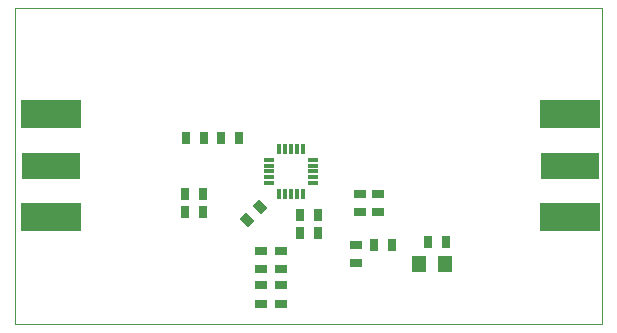
<source format=gtp>
G04 Layer_Color=8421504*
%FSLAX25Y25*%
%MOIN*%
G70*
G01*
G75*
%ADD10R,0.01181X0.03740*%
%ADD11R,0.03740X0.01181*%
%ADD12R,0.03150X0.03937*%
%ADD13R,0.05118X0.05315*%
%ADD14R,0.03937X0.03150*%
G04:AMPARAMS|DCode=15|XSize=31.5mil|YSize=39.37mil|CornerRadius=0mil|HoleSize=0mil|Usage=FLASHONLY|Rotation=45.000|XOffset=0mil|YOffset=0mil|HoleType=Round|Shape=Rectangle|*
%AMROTATEDRECTD15*
4,1,4,0.00278,-0.02506,-0.02506,0.00278,-0.00278,0.02506,0.02506,-0.00278,0.00278,-0.02506,0.0*
%
%ADD15ROTATEDRECTD15*%

%ADD16R,0.20000X0.09508*%
%ADD17R,0.19685X0.09016*%
%ADD22C,0.00394*%
D10*
X88063Y58382D02*
D03*
X90031D02*
D03*
X92000D02*
D03*
X93968D02*
D03*
X95937D02*
D03*
Y43618D02*
D03*
X93968D02*
D03*
X92000D02*
D03*
X90031D02*
D03*
X88063D02*
D03*
D11*
X99382Y54937D02*
D03*
Y52969D02*
D03*
Y51000D02*
D03*
Y49031D02*
D03*
Y47063D02*
D03*
X84618D02*
D03*
Y49031D02*
D03*
Y51000D02*
D03*
Y52969D02*
D03*
Y54937D02*
D03*
D12*
X63032Y62000D02*
D03*
X56968D02*
D03*
X68468D02*
D03*
X74532D02*
D03*
X143532Y27500D02*
D03*
X137469D02*
D03*
X125531Y26500D02*
D03*
X119468D02*
D03*
X94968Y36500D02*
D03*
X101031D02*
D03*
X94968Y30500D02*
D03*
X101031D02*
D03*
X56468Y37500D02*
D03*
X62532D02*
D03*
Y43500D02*
D03*
X56468D02*
D03*
D13*
X143331Y20000D02*
D03*
X134669D02*
D03*
D14*
X113500Y26531D02*
D03*
Y20469D02*
D03*
X88500Y24532D02*
D03*
Y18469D02*
D03*
X82000Y24532D02*
D03*
Y18469D02*
D03*
X88500Y13032D02*
D03*
Y6968D02*
D03*
X82000Y13032D02*
D03*
Y6968D02*
D03*
X115000Y37468D02*
D03*
Y43532D02*
D03*
X121000Y43532D02*
D03*
Y37468D02*
D03*
D15*
X81644Y39144D02*
D03*
X77356Y34856D02*
D03*
D16*
X11772Y70236D02*
D03*
Y35726D02*
D03*
X185000Y35724D02*
D03*
Y70234D02*
D03*
D17*
X11772Y52980D02*
D03*
X185000D02*
D03*
D22*
X0Y0D02*
Y16000D01*
Y0D02*
X195500D01*
Y105500D01*
X0D02*
X195500D01*
X0Y16000D02*
Y105500D01*
M02*

</source>
